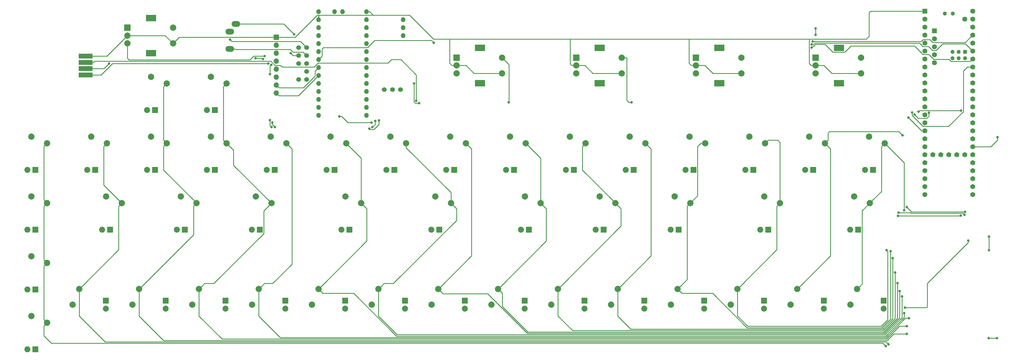
<source format=gtl>
G04 #@! TF.GenerationSoftware,KiCad,Pcbnew,(5.1.4)-1*
G04 #@! TF.CreationDate,2022-01-07T23:34:50-05:00*
G04 #@! TF.ProjectId,the_TOP-1,7468655f-544f-4502-9d31-2e6b69636164,rev?*
G04 #@! TF.SameCoordinates,Original*
G04 #@! TF.FileFunction,Copper,L1,Top*
G04 #@! TF.FilePolarity,Positive*
%FSLAX46Y46*%
G04 Gerber Fmt 4.6, Leading zero omitted, Abs format (unit mm)*
G04 Created by KiCad (PCBNEW (5.1.4)-1) date 2022-01-07 23:34:50*
%MOMM*%
%LPD*%
G04 APERTURE LIST*
%ADD10O,1.524000X1.524000*%
%ADD11C,1.524000*%
%ADD12O,2.800000X1.800000*%
%ADD13O,1.700000X1.700000*%
%ADD14R,1.700000X1.700000*%
%ADD15C,1.600000*%
%ADD16R,1.600000X1.600000*%
%ADD17R,1.300000X1.300000*%
%ADD18C,1.300000*%
%ADD19R,1.905000X1.905000*%
%ADD20C,1.905000*%
%ADD21C,2.000000*%
%ADD22R,2.000000X2.000000*%
%ADD23R,3.200000X2.000000*%
%ADD24R,4.498340X1.498600*%
%ADD25C,0.800000*%
%ADD26C,0.250000*%
G04 APERTURE END LIST*
D10*
X97155000Y17145000D03*
X97155000Y14605000D03*
X97155000Y12065000D03*
X97155000Y9525000D03*
X97155000Y6985000D03*
X97155000Y4445000D03*
X97155000Y1905000D03*
X97155000Y-635000D03*
X97155000Y-3175000D03*
X97155000Y-5715000D03*
X97155000Y-8255000D03*
X97155000Y-10795000D03*
X97155000Y-13335000D03*
X97155000Y-15875000D03*
X89535000Y17145000D03*
X86995000Y17145000D03*
X81915000Y-15875000D03*
X81915000Y-13335000D03*
X81915000Y-10795000D03*
X81915000Y-8255000D03*
X81915000Y-5715000D03*
X81915000Y-3175000D03*
X81915000Y-635000D03*
X81915000Y1905000D03*
X81915000Y4445000D03*
X81915000Y6985000D03*
X81915000Y9525000D03*
X81915000Y12065000D03*
X81915000Y14605000D03*
X81915000Y17145000D03*
D11*
X78105000Y5715000D03*
X78105000Y3175000D03*
X75565000Y5715000D03*
X75565000Y3175000D03*
X75565000Y635000D03*
X78105000Y635000D03*
X78105000Y-1905000D03*
X78105000Y-4445000D03*
X75565000Y-4445000D03*
X102847140Y-7645400D03*
X105427780Y-7645400D03*
X107965240Y-7645400D03*
D10*
X108839000Y12065000D03*
X108839000Y9525000D03*
X108839000Y14605000D03*
D12*
X53626000Y5308000D03*
X53626000Y10808000D03*
X55626000Y13208000D03*
D13*
X68443999Y-8762999D03*
X68443999Y-6222999D03*
X68443999Y-3682999D03*
X68443999Y-1142999D03*
X68443999Y1397001D03*
X68443999Y3937001D03*
X68443999Y6477001D03*
D14*
X68443999Y9017001D03*
D15*
X287655000Y14763750D03*
X278005800Y844550D03*
X278005800Y3384550D03*
X278005800Y5924550D03*
X278005800Y8464550D03*
D16*
X278005800Y11004550D03*
D15*
X290195000Y17303750D03*
X290195000Y14763750D03*
X290195000Y12223750D03*
X290195000Y9683750D03*
X290195000Y7143750D03*
X290195000Y4603750D03*
X290195000Y2063750D03*
X290195000Y-476250D03*
X290195000Y-3016250D03*
X290195000Y-5556250D03*
X290195000Y-8096250D03*
X290195000Y-10636250D03*
X290195000Y-13176250D03*
X290195000Y-15716250D03*
D16*
X274955000Y17303750D03*
D15*
X274955000Y14763750D03*
X274955000Y12223750D03*
X274955000Y9683750D03*
X274955000Y7143750D03*
X274955000Y4603750D03*
X274955000Y2063750D03*
X274955000Y-476250D03*
X274955000Y-3016250D03*
X274955000Y-5556250D03*
X274955000Y-8096250D03*
X274955000Y-10636250D03*
X274955000Y-13176250D03*
X290195000Y-18256250D03*
X290195000Y-20796250D03*
X290195000Y-23336250D03*
X290195000Y-25876250D03*
X290195000Y-28416250D03*
X290195000Y-30956250D03*
X290195000Y-33496250D03*
X290195000Y-36036250D03*
X290195000Y-38576250D03*
X290195000Y-41116250D03*
X274955000Y-41116250D03*
X274955000Y-38576250D03*
X274955000Y-36036250D03*
X274955000Y-33496250D03*
X274955000Y-15716250D03*
X274955000Y-18256250D03*
X274955000Y-20796250D03*
X274955000Y-30956250D03*
X274955000Y-28416250D03*
X274955000Y-25876250D03*
X274955000Y-23336250D03*
D17*
X287756600Y4333750D03*
D18*
X287756600Y2333750D03*
X285756600Y4333750D03*
X285756600Y2333750D03*
X283756600Y2333750D03*
X283756600Y4333750D03*
D15*
X277495000Y-28416250D03*
X280035000Y-28416250D03*
X282575000Y-28416250D03*
X285115000Y-28416250D03*
X287655000Y-28416250D03*
D18*
X281305000Y16573750D03*
X283845000Y16573750D03*
D19*
X71375000Y-74930000D03*
D20*
X71375000Y-77470000D03*
D21*
X62875000Y-71200000D03*
X60775000Y-76200000D03*
D19*
X253682500Y-52325000D03*
D20*
X251142500Y-52325000D03*
D21*
X257412500Y-43825000D03*
X252412500Y-41725000D03*
D19*
X239395000Y-33275000D03*
D20*
X236855000Y-33275000D03*
D21*
X243125000Y-24775000D03*
X238125000Y-22675000D03*
D19*
X225107500Y-52325000D03*
D20*
X222567500Y-52325000D03*
D21*
X228837500Y-43825000D03*
X223837500Y-41725000D03*
D19*
X196532500Y-52325000D03*
D20*
X193992500Y-52325000D03*
D21*
X200262500Y-43825000D03*
X195262500Y-41725000D03*
D19*
X201295000Y-33275000D03*
D20*
X198755000Y-33275000D03*
D21*
X205025000Y-24775000D03*
X200025000Y-22675000D03*
D19*
X148907500Y-52325000D03*
D20*
X146367500Y-52325000D03*
D21*
X152637500Y-43825000D03*
X147637500Y-41725000D03*
D19*
X120332500Y-52325000D03*
D20*
X117792500Y-52325000D03*
D21*
X124062500Y-43825000D03*
X119062500Y-41725000D03*
D19*
X63182500Y-52325000D03*
D20*
X60642500Y-52325000D03*
D21*
X66912500Y-43825000D03*
X61912500Y-41725000D03*
D19*
X67945000Y-33275000D03*
D20*
X65405000Y-33275000D03*
D21*
X71675000Y-24775000D03*
X66675000Y-22675000D03*
D19*
X91757500Y-52325000D03*
D20*
X89217500Y-52325000D03*
D21*
X95487500Y-43825000D03*
X90487500Y-41725000D03*
D19*
X15557500Y-52325000D03*
D20*
X13017500Y-52325000D03*
D21*
X19287500Y-43825000D03*
X14287500Y-41725000D03*
D22*
X240151920Y2499360D03*
D21*
X240151920Y-640D03*
X240151920Y-2500640D03*
D23*
X247651920Y5599360D03*
X247651920Y-5600640D03*
D21*
X254651920Y2499360D03*
X254651920Y-2500640D03*
D22*
X202051920Y2499360D03*
D21*
X202051920Y-640D03*
X202051920Y-2500640D03*
D23*
X209551920Y5599360D03*
X209551920Y-5600640D03*
D21*
X216551920Y2499360D03*
X216551920Y-2500640D03*
D22*
X163951920Y2499360D03*
D21*
X163951920Y-640D03*
X163951920Y-2500640D03*
D23*
X171451920Y5599360D03*
X171451920Y-5600640D03*
D21*
X178451920Y2499360D03*
X178451920Y-2500640D03*
D22*
X125851920Y2499360D03*
D21*
X125851920Y-640D03*
X125851920Y-2500640D03*
D23*
X133351920Y5599360D03*
X133351920Y-5600640D03*
D21*
X140351920Y2499360D03*
X140351920Y-2500640D03*
D22*
X21076920Y12024360D03*
D21*
X21076920Y9524360D03*
X21076920Y7024360D03*
D23*
X28576920Y15124360D03*
X28576920Y3924360D03*
D21*
X35576920Y12024360D03*
X35576920Y7024360D03*
D24*
X7749540Y998220D03*
X7749540Y-2999740D03*
X7749540Y-998220D03*
X7749540Y2999740D03*
D19*
X261875000Y-74930000D03*
D20*
X261875000Y-77470000D03*
D21*
X253375000Y-71200000D03*
X251275000Y-76200000D03*
D19*
X258445000Y-33275000D03*
D20*
X255905000Y-33275000D03*
D21*
X262175000Y-24775000D03*
X257175000Y-22675000D03*
D19*
X242825000Y-74930000D03*
D20*
X242825000Y-77470000D03*
D21*
X234325000Y-71200000D03*
X232225000Y-76200000D03*
D19*
X223775000Y-74930000D03*
D20*
X223775000Y-77470000D03*
D21*
X215275000Y-71200000D03*
X213175000Y-76200000D03*
D19*
X220345000Y-33275000D03*
D20*
X217805000Y-33275000D03*
D21*
X224075000Y-24775000D03*
X219075000Y-22675000D03*
D19*
X204725000Y-74930000D03*
D20*
X204725000Y-77470000D03*
D21*
X196225000Y-71200000D03*
X194125000Y-76200000D03*
D19*
X185675000Y-74930000D03*
D20*
X185675000Y-77470000D03*
D21*
X177175000Y-71200000D03*
X175075000Y-76200000D03*
D19*
X182245000Y-33275000D03*
D20*
X179705000Y-33275000D03*
D21*
X185975000Y-24775000D03*
X180975000Y-22675000D03*
D19*
X166625000Y-74930000D03*
D20*
X166625000Y-77470000D03*
D21*
X158125000Y-71200000D03*
X156025000Y-76200000D03*
D19*
X172720000Y-52325000D03*
D20*
X170180000Y-52325000D03*
D21*
X176450000Y-43825000D03*
X171450000Y-41725000D03*
D19*
X163195000Y-33275000D03*
D20*
X160655000Y-33275000D03*
D21*
X166925000Y-24775000D03*
X161925000Y-22675000D03*
D19*
X147575000Y-74930000D03*
D20*
X147575000Y-77470000D03*
D21*
X139075000Y-71200000D03*
X136975000Y-76200000D03*
D19*
X144145000Y-33275000D03*
D20*
X141605000Y-33275000D03*
D21*
X147875000Y-24775000D03*
X142875000Y-22675000D03*
D19*
X128525000Y-74930000D03*
D20*
X128525000Y-77470000D03*
D21*
X120025000Y-71200000D03*
X117925000Y-76200000D03*
D19*
X125095000Y-33275000D03*
D20*
X122555000Y-33275000D03*
D21*
X128825000Y-24775000D03*
X123825000Y-22675000D03*
D19*
X109475000Y-74930000D03*
D20*
X109475000Y-77470000D03*
D21*
X100975000Y-71200000D03*
X98875000Y-76200000D03*
D19*
X106045000Y-33275000D03*
D20*
X103505000Y-33275000D03*
D21*
X109775000Y-24775000D03*
X104775000Y-22675000D03*
D19*
X90425000Y-74930000D03*
D20*
X90425000Y-77470000D03*
D21*
X81925000Y-71200000D03*
X79825000Y-76200000D03*
D19*
X86995000Y-33275000D03*
D20*
X84455000Y-33275000D03*
D21*
X90725000Y-24775000D03*
X85725000Y-22675000D03*
D19*
X52325000Y-74930000D03*
D20*
X52325000Y-77470000D03*
D21*
X43825000Y-71200000D03*
X41725000Y-76200000D03*
D19*
X48895000Y-33275000D03*
D20*
X46355000Y-33275000D03*
D21*
X52625000Y-24775000D03*
X47625000Y-22675000D03*
D19*
X48895000Y-14225000D03*
D20*
X46355000Y-14225000D03*
D21*
X52625000Y-5725000D03*
X47625000Y-3625000D03*
D19*
X33275000Y-74930000D03*
D20*
X33275000Y-77470000D03*
D21*
X24775000Y-71200000D03*
X22675000Y-76200000D03*
D19*
X39370000Y-52325000D03*
D20*
X36830000Y-52325000D03*
D21*
X43100000Y-43825000D03*
X38100000Y-41725000D03*
D19*
X29845000Y-33275000D03*
D20*
X27305000Y-33275000D03*
D21*
X33575000Y-24775000D03*
X28575000Y-22675000D03*
D19*
X29845000Y-14225000D03*
D20*
X27305000Y-14225000D03*
D21*
X33575000Y-5725000D03*
X28575000Y-3625000D03*
D19*
X14225000Y-74930000D03*
D20*
X14225000Y-77470000D03*
D21*
X5725000Y-71200000D03*
X3625000Y-76200000D03*
X9525000Y-22675000D03*
X14525000Y-24775000D03*
D20*
X8255000Y-33275000D03*
D19*
X10795000Y-33275000D03*
X-8255000Y-90425000D03*
D20*
X-10795000Y-90425000D03*
D21*
X-4525000Y-81925000D03*
X-9525000Y-79825000D03*
D19*
X-8255000Y-71375000D03*
D20*
X-10795000Y-71375000D03*
D21*
X-4525000Y-62875000D03*
X-9525000Y-60775000D03*
D19*
X-8255000Y-52325000D03*
D20*
X-10795000Y-52325000D03*
D21*
X-4525000Y-43825000D03*
X-9525000Y-41725000D03*
D19*
X-8255000Y-33275000D03*
D20*
X-10795000Y-33275000D03*
D21*
X-4525000Y-24775000D03*
X-9525000Y-22675000D03*
D25*
X269240000Y-45085000D03*
X287782000Y-46609000D03*
X266573000Y-46863000D03*
X287585884Y-47589583D03*
X266446000Y-47879000D03*
X286385000Y-47784010D03*
X288798000Y-55753000D03*
X268605000Y-77089000D03*
X15240000Y635000D03*
X262509000Y-89408000D03*
X263398000Y-88773000D03*
X269240000Y-85471000D03*
X269240000Y-83058000D03*
X269875000Y-80518000D03*
X268383000Y-78867000D03*
X267658000Y-73533000D03*
X266933000Y-71882000D03*
X266208000Y-69342000D03*
X265483000Y-65913000D03*
X264758000Y-61341000D03*
X264033000Y-59182000D03*
X262763000Y-58801000D03*
X267843000Y-22225000D03*
X268351000Y-46101000D03*
X113030294Y-11266000D03*
X269707684Y-16550316D03*
X65913000Y635001D03*
X112305294Y-5752000D03*
X113897888Y-12028000D03*
X101134067Y-17464536D03*
X98061692Y-20098010D03*
X66959226Y-19648000D03*
X66458000Y-17400284D03*
X66458000Y-2720859D03*
X66832147Y241080D03*
X64753136Y2962914D03*
X61849000Y2286000D03*
X64274314Y2085001D03*
X67183000Y-18198000D03*
X68072000Y-19648000D03*
X99060000Y-19648000D03*
X99934649Y-17638649D03*
X298043020Y-22860000D03*
X142487640Y-11700728D03*
X181610000Y-11700728D03*
X240157000Y9779000D03*
X240157000Y11811000D03*
X295275000Y-86868000D03*
X297942000Y-86868000D03*
X295402000Y-54483000D03*
X295402000Y-58801000D03*
X239268000Y7620000D03*
X238857501Y6708138D03*
X118618000Y7262989D03*
X238891539Y5708716D03*
X88523653Y-16237001D03*
X98806000Y-18198000D03*
X270863196Y-14971111D03*
X271636255Y-15605447D03*
X276225000Y-15045779D03*
X272934222Y-14720778D03*
X286510471Y-14320779D03*
X53721000Y8255000D03*
X74134192Y9939808D03*
X73025000Y3937000D03*
D26*
X269240000Y-45085000D02*
X270764000Y-46609000D01*
X270764000Y-46609000D02*
X287782000Y-46609000D01*
X270381590Y-46863000D02*
X270577600Y-47059010D01*
X266573000Y-46863000D02*
X270381590Y-46863000D01*
X270577600Y-47059010D02*
X287055311Y-47059010D01*
X287055311Y-47059010D02*
X287585884Y-47589583D01*
X266446000Y-47879000D02*
X286290010Y-47879000D01*
X286290010Y-47879000D02*
X286385000Y-47784010D01*
X288798000Y-56318685D02*
X275717000Y-69399685D01*
X288798000Y-55753000D02*
X288798000Y-56318685D01*
X275717000Y-69399685D02*
X275717000Y-76835000D01*
X275717000Y-76835000D02*
X275463000Y-77089000D01*
X275463000Y-77089000D02*
X268605000Y-77089000D01*
X13606780Y-998220D02*
X7749540Y-998220D01*
X15240000Y635000D02*
X13606780Y-998220D01*
X14552300Y2999740D02*
X21076920Y9524360D01*
X7749540Y2999740D02*
X14552300Y2999740D01*
X33076920Y9524360D02*
X35576920Y7024360D01*
X21076920Y9524360D02*
X33076920Y9524360D01*
X37569561Y9017001D02*
X68443999Y9017001D01*
X35576920Y7024360D02*
X37569561Y9017001D01*
X257714750Y17303750D02*
X274955000Y17303750D01*
X257175000Y9271000D02*
X257175000Y16764000D01*
X256293501Y8389501D02*
X257175000Y9271000D01*
X257175000Y16764000D02*
X257714750Y17303750D01*
X199905501Y731566D02*
X199905501Y8389501D01*
X200637707Y-640D02*
X199905501Y731566D01*
X202051920Y-640D02*
X200637707Y-640D01*
X238132501Y604566D02*
X238132501Y8389501D01*
X238737707Y-640D02*
X238132501Y604566D01*
X240151920Y-640D02*
X238737707Y-640D01*
X199905501Y8389501D02*
X238132501Y8389501D01*
X238132501Y8389501D02*
X256293501Y8389501D01*
X123705501Y731566D02*
X123705501Y8389501D01*
X124437707Y-640D02*
X123705501Y731566D01*
X125851920Y-640D02*
X124437707Y-640D01*
X123705501Y8389501D02*
X161282499Y8389501D01*
X162044499Y492568D02*
X162044499Y8389501D01*
X162537707Y-640D02*
X162044499Y492568D01*
X163951920Y-640D02*
X162537707Y-640D01*
X161282499Y8389501D02*
X162044499Y8389501D01*
X162044499Y8389501D02*
X199905501Y8389501D01*
X253237707Y-2500640D02*
X253198347Y-2540000D01*
X254651920Y-2500640D02*
X253237707Y-2500640D01*
X253198347Y-2540000D02*
X245364000Y-2540000D01*
X242824640Y-640D02*
X240151920Y-640D01*
X245364000Y-2540000D02*
X242824640Y-640D01*
X216551920Y-2500640D02*
X207478640Y-2500640D01*
X204978640Y-640D02*
X202051920Y-640D01*
X207478640Y-2500640D02*
X204978640Y-640D01*
X178451920Y-2500640D02*
X169251640Y-2500640D01*
X166751640Y-640D02*
X163951920Y-640D01*
X169251640Y-2500640D02*
X166751640Y-640D01*
X140351920Y-2500640D02*
X131405640Y-2500640D01*
X128905640Y-640D02*
X125851920Y-640D01*
X131405640Y-2500640D02*
X128905640Y-640D01*
X118483499Y8389501D02*
X123705501Y8389501D01*
X110871000Y16002000D02*
X118483499Y8389501D01*
X68443999Y9017001D02*
X74501683Y9017001D01*
X74501683Y9017001D02*
X81486682Y16002000D01*
X99314000Y16063630D02*
X99314000Y16002000D01*
X98232630Y17145000D02*
X99314000Y16063630D01*
X97155000Y17145000D02*
X98232630Y17145000D01*
X99314000Y16002000D02*
X110871000Y16002000D01*
X82234370Y16002000D02*
X82296000Y16002000D01*
X81915000Y15682630D02*
X82234370Y16002000D01*
X81915000Y14605000D02*
X81915000Y15682630D01*
X81486682Y16002000D02*
X82296000Y16002000D01*
X82296000Y16002000D02*
X99314000Y16002000D01*
X-5524999Y-42825001D02*
X-4525000Y-43825000D01*
X-5524999Y-25774999D02*
X-5524999Y-42825001D01*
X-4525000Y-24775000D02*
X-5524999Y-25774999D01*
X-5524999Y-61875001D02*
X-4525000Y-62875000D01*
X-5524999Y-44824999D02*
X-5524999Y-61875001D01*
X-4525000Y-43825000D02*
X-5524999Y-44824999D01*
X-5524999Y-80925001D02*
X-4525000Y-81925000D01*
X-5524999Y-63874999D02*
X-5524999Y-80925001D01*
X-4525000Y-62875000D02*
X-5524999Y-63874999D01*
X-5524999Y-86112003D02*
X-3164972Y-88472030D01*
X-4525000Y-81925000D02*
X-5524999Y-82924999D01*
X-5524999Y-82924999D02*
X-5524999Y-86112003D01*
X-3164972Y-88472030D02*
X261573030Y-88472030D01*
X261573030Y-88472030D02*
X262509000Y-89408000D01*
X18287501Y-42825001D02*
X19287500Y-43825000D01*
X13525001Y-38062501D02*
X18287501Y-42825001D01*
X13525001Y-25774999D02*
X13525001Y-38062501D01*
X14525000Y-24775000D02*
X13525001Y-25774999D01*
X6724999Y-70200001D02*
X5725000Y-71200000D01*
X18287501Y-58637499D02*
X6724999Y-70200001D01*
X18287501Y-44824999D02*
X18287501Y-58637499D01*
X19287500Y-43825000D02*
X18287501Y-44824999D01*
X263398000Y-88773000D02*
X262647020Y-88022020D01*
X5725000Y-72614213D02*
X5725000Y-71200000D01*
X5725000Y-79787002D02*
X5725000Y-72614213D01*
X13960018Y-88022020D02*
X5725000Y-79787002D01*
X262647020Y-88022020D02*
X13960018Y-88022020D01*
X32575001Y-23775001D02*
X33575000Y-24775000D01*
X32575001Y-6724999D02*
X32575001Y-23775001D01*
X33575000Y-5725000D02*
X32575001Y-6724999D01*
X25774999Y-70200001D02*
X24775000Y-71200000D01*
X42100001Y-53874999D02*
X25774999Y-70200001D01*
X42100001Y-44824999D02*
X42100001Y-53874999D01*
X43100000Y-43825000D02*
X42100001Y-44824999D01*
X42100001Y-42825001D02*
X43100000Y-43825000D01*
X32575001Y-33300001D02*
X42100001Y-42825001D01*
X32575001Y-25774999D02*
X32575001Y-33300001D01*
X33575000Y-24775000D02*
X32575001Y-25774999D01*
X265057097Y-85471000D02*
X262956087Y-87572010D01*
X269240000Y-85471000D02*
X265057097Y-85471000D01*
X24775000Y-72614213D02*
X24775000Y-71200000D01*
X24775000Y-79787002D02*
X24775000Y-72614213D01*
X32560008Y-87572010D02*
X24775000Y-79787002D01*
X262956087Y-87572010D02*
X32560008Y-87572010D01*
X51625001Y-23775001D02*
X52625000Y-24775000D01*
X51625001Y-6724999D02*
X51625001Y-23775001D01*
X52625000Y-5725000D02*
X51625001Y-6724999D01*
X52625000Y-24775000D02*
X54864000Y-27014000D01*
X54864000Y-31776500D02*
X66912500Y-43825000D01*
X54864000Y-27014000D02*
X54864000Y-31776500D01*
X44824999Y-70200001D02*
X43825000Y-71200000D01*
X45600001Y-69424999D02*
X44824999Y-70200001D01*
X48572503Y-69424999D02*
X45600001Y-69424999D01*
X64460001Y-53537501D02*
X48572503Y-69424999D01*
X64460001Y-46277499D02*
X64460001Y-53537501D01*
X66912500Y-43825000D02*
X64460001Y-46277499D01*
X266833687Y-83058000D02*
X262769687Y-87122000D01*
X269240000Y-83058000D02*
X266833687Y-83058000D01*
X43825000Y-72614213D02*
X43825000Y-71200000D01*
X43825000Y-79787002D02*
X43825000Y-72614213D01*
X51159998Y-87122000D02*
X43825000Y-79787002D01*
X262769687Y-87122000D02*
X51159998Y-87122000D01*
X71675000Y-24775000D02*
X73450001Y-26550001D01*
X63874999Y-70200001D02*
X62875000Y-71200000D01*
X64650001Y-69424999D02*
X63874999Y-70200001D01*
X67287001Y-69424999D02*
X64650001Y-69424999D01*
X73450001Y-63261999D02*
X67287001Y-69424999D01*
X73450001Y-26550001D02*
X73450001Y-63261999D01*
X268737278Y-80518000D02*
X269875000Y-80518000D01*
X262597203Y-86658073D02*
X268737278Y-80518000D01*
X69746072Y-86658074D02*
X262597203Y-86658073D01*
X62875000Y-71200000D02*
X62875000Y-79787002D01*
X62875000Y-79787002D02*
X69746072Y-86658074D01*
X95487500Y-29537500D02*
X95487500Y-43825000D01*
X90725000Y-24775000D02*
X95487500Y-29537500D01*
X82924999Y-70200001D02*
X81925000Y-71200000D01*
X97262501Y-55862499D02*
X82924999Y-70200001D01*
X97262501Y-45600001D02*
X97262501Y-55862499D01*
X95487500Y-43825000D02*
X97262501Y-45600001D01*
X83250001Y-72525001D02*
X93076589Y-72525001D01*
X81925000Y-71200000D02*
X83250001Y-72525001D01*
X93076589Y-72525001D02*
X106759653Y-86208065D01*
X106759653Y-86208065D02*
X262410804Y-86208064D01*
X262410804Y-86208064D02*
X268383000Y-80235868D01*
X268383000Y-80235868D02*
X268383000Y-78867000D01*
X124062500Y-42410787D02*
X124062500Y-43825000D01*
X124062500Y-40476713D02*
X124062500Y-42410787D01*
X109775000Y-26189213D02*
X124062500Y-40476713D01*
X109775000Y-24775000D02*
X109775000Y-26189213D01*
X101974999Y-70200001D02*
X100975000Y-71200000D01*
X102750001Y-69424999D02*
X101974999Y-70200001D01*
X105722503Y-69424999D02*
X102750001Y-69424999D01*
X125837501Y-49310001D02*
X105722503Y-69424999D01*
X125837501Y-45600001D02*
X125837501Y-49310001D01*
X124062500Y-43825000D02*
X125837501Y-45600001D01*
X267658000Y-80324460D02*
X262224403Y-85758055D01*
X267658000Y-73533000D02*
X267658000Y-80324460D01*
X100975000Y-72614213D02*
X100975000Y-71200000D01*
X100975000Y-79787002D02*
X100975000Y-72614213D01*
X106946053Y-85758055D02*
X100975000Y-79787002D01*
X262224403Y-85758055D02*
X106946053Y-85758055D01*
X121024999Y-70200001D02*
X120025000Y-71200000D01*
X130600001Y-60624999D02*
X121024999Y-70200001D01*
X130600001Y-26550001D02*
X130600001Y-60624999D01*
X128825000Y-24775000D02*
X130600001Y-26550001D01*
X121536401Y-72711401D02*
X135752991Y-72711401D01*
X120025000Y-71200000D02*
X121536401Y-72711401D01*
X135752991Y-72711401D02*
X148349637Y-85308047D01*
X148349637Y-85308047D02*
X262038004Y-85308046D01*
X262038004Y-85308046D02*
X266933000Y-80413050D01*
X266933000Y-80413050D02*
X266933000Y-71882000D01*
X152637500Y-29537500D02*
X152637500Y-43825000D01*
X147875000Y-24775000D02*
X152637500Y-29537500D01*
X140074999Y-70200001D02*
X139075000Y-71200000D01*
X154412501Y-55862499D02*
X140074999Y-70200001D01*
X154412501Y-45600001D02*
X154412501Y-55862499D01*
X152637500Y-43825000D02*
X154412501Y-45600001D01*
X140400001Y-76722003D02*
X148536036Y-84858038D01*
X139075000Y-71200000D02*
X140400001Y-72525001D01*
X140400001Y-72525001D02*
X140400001Y-76722003D01*
X266208000Y-80501640D02*
X266208000Y-69342000D01*
X148536036Y-84858038D02*
X261851603Y-84858037D01*
X261851603Y-84858037D02*
X266208000Y-80501640D01*
X175450001Y-42825001D02*
X176450000Y-43825000D01*
X165925001Y-33300001D02*
X175450001Y-42825001D01*
X165925001Y-25774999D02*
X165925001Y-33300001D01*
X166925000Y-24775000D02*
X165925001Y-25774999D01*
X159124999Y-70200001D02*
X158125000Y-71200000D01*
X178225001Y-51099999D02*
X159124999Y-70200001D01*
X178225001Y-45600001D02*
X178225001Y-51099999D01*
X176450000Y-43825000D02*
X178225001Y-45600001D01*
X265483000Y-80590230D02*
X261665202Y-84408028D01*
X265483000Y-65913000D02*
X265483000Y-80590230D01*
X158125000Y-72614213D02*
X158125000Y-71200000D01*
X158125000Y-79787002D02*
X158125000Y-72614213D01*
X162746026Y-84408028D02*
X158125000Y-79787002D01*
X261665202Y-84408028D02*
X162746026Y-84408028D01*
X178174999Y-70200001D02*
X177175000Y-71200000D01*
X187750001Y-60624999D02*
X178174999Y-70200001D01*
X187750001Y-26550001D02*
X187750001Y-60624999D01*
X185975000Y-24775000D02*
X187750001Y-26550001D01*
X264758000Y-80678820D02*
X261478802Y-83958018D01*
X264758000Y-61341000D02*
X264758000Y-80678820D01*
X177175000Y-72614213D02*
X177175000Y-71200000D01*
X177175000Y-79787002D02*
X177175000Y-72614213D01*
X181346016Y-83958018D02*
X177175000Y-79787002D01*
X261478802Y-83958018D02*
X181346016Y-83958018D01*
X197224999Y-70200001D02*
X196225000Y-71200000D01*
X199262501Y-68162499D02*
X197224999Y-70200001D01*
X199262501Y-44824999D02*
X199262501Y-68162499D01*
X200262500Y-43825000D02*
X199262501Y-44824999D01*
X197550001Y-72525001D02*
X207376589Y-72525001D01*
X196225000Y-71200000D02*
X197550001Y-72525001D01*
X207376589Y-72525001D02*
X218359598Y-83508010D01*
X218359598Y-83508010D02*
X261292403Y-83508009D01*
X261292403Y-83508009D02*
X264033000Y-80767412D01*
X264033000Y-80767412D02*
X264033000Y-59182000D01*
X201262499Y-42825001D02*
X200262500Y-43825000D01*
X202572501Y-41514999D02*
X201262499Y-42825001D01*
X202572501Y-25813286D02*
X202572501Y-41514999D01*
X203610787Y-24775000D02*
X202572501Y-25813286D01*
X205025000Y-24775000D02*
X203610787Y-24775000D01*
X216274999Y-70200001D02*
X215275000Y-71200000D01*
X227837501Y-58637499D02*
X216274999Y-70200001D01*
X227837501Y-44824999D02*
X227837501Y-58637499D01*
X228837500Y-43825000D02*
X227837501Y-44824999D01*
X215275000Y-79787002D02*
X218545998Y-83058000D01*
X215275000Y-71200000D02*
X215275000Y-79787002D01*
X263152501Y-59190501D02*
X262763000Y-58801000D01*
X263152501Y-81011501D02*
X263152501Y-59190501D01*
X218545998Y-83058000D02*
X261106002Y-83058000D01*
X261106002Y-83058000D02*
X263152501Y-81011501D01*
X225074999Y-23775001D02*
X228118001Y-23775001D01*
X224075000Y-24775000D02*
X225074999Y-23775001D01*
X228837500Y-24494500D02*
X228837500Y-43825000D01*
X228118001Y-23775001D02*
X228837500Y-24494500D01*
X235324999Y-70200001D02*
X234325000Y-71200000D01*
X244900001Y-60624999D02*
X235324999Y-70200001D01*
X244900001Y-26550001D02*
X244900001Y-60624999D01*
X243125000Y-24775000D02*
X244900001Y-26550001D01*
X243125000Y-24775000D02*
X244151000Y-23749000D01*
X244151000Y-23749000D02*
X244151000Y-21533000D01*
X244151000Y-21533000D02*
X244602000Y-21082000D01*
X244602000Y-21082000D02*
X266700000Y-21082000D01*
X266700000Y-21082000D02*
X267843000Y-22225000D01*
X258412499Y-42825001D02*
X257412500Y-43825000D01*
X261175001Y-40062499D02*
X258412499Y-42825001D01*
X261175001Y-25774999D02*
X261175001Y-40062499D01*
X262175000Y-24775000D02*
X261175001Y-25774999D01*
X254374999Y-70200001D02*
X253375000Y-71200000D01*
X255016000Y-69559000D02*
X254374999Y-70200001D01*
X255016000Y-46221500D02*
X255016000Y-69559000D01*
X257412500Y-43825000D02*
X255016000Y-46221500D01*
X262175000Y-24775000D02*
X268351000Y-30951000D01*
X268351000Y-30951000D02*
X268351000Y-46101000D01*
X68069996Y32002D02*
X69817998Y32002D01*
X66741997Y1360001D02*
X68069996Y32002D01*
X10610491Y1360001D02*
X66741997Y1360001D01*
X7749540Y998220D02*
X10248710Y998220D01*
X10248710Y998220D02*
X10610491Y1360001D01*
X113030294Y-2983852D02*
X113030294Y-11266000D01*
X108141561Y1904881D02*
X113030294Y-2983852D01*
X70302001Y-452001D02*
X80489237Y-452001D01*
X69817998Y32002D02*
X70302001Y-452001D01*
X80489237Y-452001D02*
X81759237Y817999D01*
X81759237Y817999D02*
X104060437Y817999D01*
X104060437Y817999D02*
X105147319Y1904881D01*
X105147319Y1904881D02*
X108141561Y1904881D01*
X269707684Y-16550316D02*
X273685000Y-20527632D01*
X273823630Y-20796250D02*
X274955000Y-20796250D01*
X273685000Y-20657620D02*
X273823630Y-20796250D01*
X273685000Y-20527632D02*
X273685000Y-20657620D01*
X12678262Y-2999740D02*
X16313002Y635000D01*
X7749540Y-2999740D02*
X12678262Y-2999740D01*
X16313002Y635000D02*
X65912999Y635000D01*
X65912999Y635000D02*
X65913000Y635001D01*
X112719292Y-12028000D02*
X113897888Y-12028000D01*
X112305294Y-5752000D02*
X112305294Y-11614002D01*
X112305294Y-11614002D02*
X112719292Y-12028000D01*
X98336683Y-20373001D02*
X98061692Y-20098010D01*
X99535855Y-20373001D02*
X98336683Y-20373001D01*
X101134067Y-17464536D02*
X101134067Y-18774789D01*
X101134067Y-18774789D02*
X99535855Y-20373001D01*
X66959226Y-19648000D02*
X66458000Y-19146774D01*
X66458000Y-19146774D02*
X66458000Y-17400284D01*
X66458000Y-2720859D02*
X66458000Y-133067D01*
X66458000Y-133067D02*
X66832147Y241080D01*
X61304001Y3011001D02*
X60103011Y1810011D01*
X62197001Y3011001D02*
X61304001Y3011001D01*
X64753136Y2962914D02*
X62245088Y2962914D01*
X62245088Y2962914D02*
X62197001Y3011001D01*
X60103011Y1810011D02*
X21557989Y1810011D01*
X21076920Y2291080D02*
X21076920Y7024360D01*
X21557989Y1810011D02*
X21076920Y2291080D01*
X61849000Y2286000D02*
X64073315Y2286000D01*
X64073315Y2286000D02*
X64274314Y2085001D01*
X67183000Y-18198000D02*
X67183000Y-18759000D01*
X67183000Y-18759000D02*
X68072000Y-19648000D01*
X99060000Y-19648000D02*
X99934649Y-18773351D01*
X99934649Y-18773351D02*
X99934649Y-17638649D01*
X298043020Y-22860000D02*
X298043020Y-23774980D01*
X295941750Y-25876250D02*
X290195000Y-25876250D01*
X298043020Y-23774980D02*
X295941750Y-25876250D01*
X142553470Y-11634898D02*
X142487640Y-11700728D01*
X140351920Y2499360D02*
X142553470Y297810D01*
X142553470Y297810D02*
X142553470Y-11634898D01*
X179866133Y2499360D02*
X180086000Y2279493D01*
X178451920Y2499360D02*
X179866133Y2499360D01*
X180086000Y2279493D02*
X180086000Y-11049000D01*
X180086000Y-11049000D02*
X180737728Y-11700728D01*
X180737728Y-11700728D02*
X181610000Y-11700728D01*
X240157000Y9779000D02*
X240157000Y11811000D01*
X295275000Y-86868000D02*
X297942000Y-86868000D01*
X295402000Y-54483000D02*
X295402000Y-58801000D01*
X289395001Y8883751D02*
X290195000Y9683750D01*
X287850799Y7339549D02*
X289395001Y8883751D01*
X277465799Y7339549D02*
X287850799Y7339549D01*
X274414999Y8268751D02*
X276536597Y8268751D01*
X273766248Y7620000D02*
X274414999Y8268751D01*
X276536597Y8268751D02*
X277465799Y7339549D01*
X239268000Y7620000D02*
X273766248Y7620000D01*
X290195000Y4603750D02*
X287909211Y6889539D01*
X274414999Y6018749D02*
X273263758Y7169990D01*
X276175251Y6018749D02*
X274414999Y6018749D01*
X277394451Y4799549D02*
X276175251Y6018749D01*
X278545801Y4799549D02*
X277394451Y4799549D01*
X287909211Y6889539D02*
X280635791Y6889539D01*
X280635791Y6889539D02*
X278545801Y4799549D01*
X239429140Y6708138D02*
X238857501Y6708138D01*
X273263758Y7169990D02*
X239890992Y7169990D01*
X239890992Y7169990D02*
X239429140Y6708138D01*
X83002001Y2992001D02*
X83002001Y3923239D01*
X81915000Y1905000D02*
X83002001Y2992001D01*
X83002001Y3923239D02*
X83002001Y5278001D01*
X83002001Y5278001D02*
X83439000Y5715000D01*
X97493762Y5715000D02*
X99779762Y8001000D01*
X83439000Y5715000D02*
X97493762Y5715000D01*
X99779762Y8001000D02*
X117879989Y8001000D01*
X117879989Y8001000D02*
X118618000Y7262989D01*
X239466127Y6108715D02*
X240077392Y6719980D01*
X238891539Y5708716D02*
X239291538Y6108715D01*
X239291538Y6108715D02*
X239466127Y6108715D01*
X240077392Y6719980D02*
X243216020Y6719980D01*
X249511921Y4274359D02*
X251460000Y6222438D01*
X243216020Y6719980D02*
X245661641Y4274359D01*
X245661641Y4274359D02*
X249511921Y4274359D01*
X289395001Y1263751D02*
X290195000Y2063750D01*
X283383597Y1263751D02*
X289395001Y1263751D01*
X282677797Y1969551D02*
X283383597Y1263751D01*
X277755797Y1969551D02*
X282677797Y1969551D01*
X274414999Y3478749D02*
X276246599Y3478749D01*
X276246599Y3478749D02*
X277755797Y1969551D01*
X271671310Y6222438D02*
X274414999Y3478749D01*
X251460000Y6222438D02*
X271671310Y6222438D01*
X89262001Y-16237001D02*
X91059000Y-18034000D01*
X88523653Y-16237001D02*
X89262001Y-16237001D01*
X91059000Y-18034000D02*
X91223000Y-18198000D01*
X91223000Y-18198000D02*
X98806000Y-18198000D01*
X287235472Y-14668780D02*
X287235472Y-1739472D01*
X282523001Y-19381251D02*
X287235472Y-14668780D01*
X274339057Y-19381251D02*
X282523001Y-19381251D01*
X288498694Y-476250D02*
X290195000Y-476250D01*
X287235472Y-1739472D02*
X288498694Y-476250D01*
X270863196Y-15905390D02*
X274339057Y-19381251D01*
X270863196Y-14971111D02*
X270863196Y-15905390D01*
X81153001Y-1396999D02*
X81915000Y-635000D01*
X80827999Y-1722001D02*
X81153001Y-1396999D01*
X80827999Y-3330763D02*
X80827999Y-1722001D01*
X77085764Y-7072998D02*
X80827999Y-3330763D01*
X69293998Y-7072998D02*
X77085764Y-7072998D01*
X68443999Y-6222999D02*
X69293998Y-7072998D01*
X276225000Y-16111252D02*
X276225000Y-15045779D01*
X275495001Y-16841251D02*
X276225000Y-16111252D01*
X271636255Y-15605447D02*
X272872059Y-16841251D01*
X272872059Y-16841251D02*
X275495001Y-16841251D01*
X81153001Y-3936999D02*
X81915000Y-3175000D01*
X75477002Y-9612998D02*
X81153001Y-3936999D01*
X69293998Y-9612998D02*
X75477002Y-9612998D01*
X68443999Y-8762999D02*
X69293998Y-9612998D01*
X273334221Y-14320779D02*
X286510471Y-14320779D01*
X272934222Y-14720778D02*
X273334221Y-14320779D01*
X55276000Y5308000D02*
X53626000Y5308000D01*
X55471998Y5112002D02*
X55276000Y5308000D01*
X72923000Y5112002D02*
X55471998Y5112002D01*
X73773001Y4262001D02*
X72923000Y5112002D01*
X77017999Y4262001D02*
X73773001Y4262001D01*
X78105000Y3175000D02*
X77017999Y4262001D01*
X54323998Y7652002D02*
X53721000Y8255000D01*
X78105000Y5715000D02*
X76167998Y7652002D01*
X76167998Y7652002D02*
X54323998Y7652002D01*
X55626000Y13208000D02*
X70866000Y13208000D01*
X70866000Y13208000D02*
X74134192Y9939808D01*
X73787000Y3175000D02*
X75565000Y3175000D01*
X73025000Y3937000D02*
X73787000Y3175000D01*
M02*

</source>
